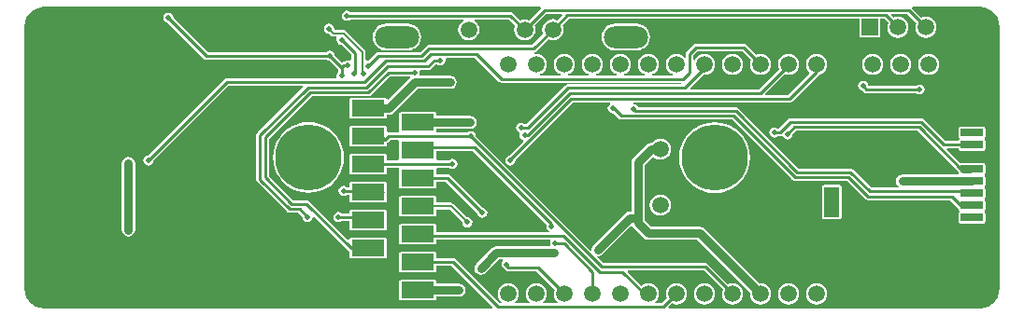
<source format=gbl>
G04*
G04 #@! TF.GenerationSoftware,Altium Limited,Altium Designer,18.1.9 (240)*
G04*
G04 Layer_Physical_Order=2*
G04 Layer_Color=16711680*
%FSAX25Y25*%
%MOIN*%
G70*
G01*
G75*
%ADD32C,0.01000*%
%ADD33C,0.03000*%
%ADD34C,0.00800*%
%ADD35C,0.05906*%
%ADD36R,0.05906X0.05906*%
%ADD37C,0.05910*%
%ADD38C,0.05906*%
%ADD39O,0.15748X0.07874*%
%ADD40C,0.23622*%
%ADD41C,0.01968*%
%ADD42R,0.05512X0.10630*%
%ADD43R,0.04724X0.04724*%
%ADD44R,0.10236X0.05906*%
%ADD45R,0.10236X0.03937*%
%ADD46R,0.07874X0.02756*%
%ADD47R,0.11811X0.05906*%
G36*
X0632433Y0452536D02*
X0633922Y0452015D01*
X0635257Y0451176D01*
X0636373Y0450061D01*
X0637212Y0448725D01*
X0637733Y0447236D01*
X0637917Y0445601D01*
Y0352037D01*
X0637733Y0350401D01*
X0637212Y0348913D01*
X0636373Y0347577D01*
X0635257Y0346462D01*
X0633922Y0345623D01*
X0632433Y0345102D01*
X0630798Y0344918D01*
X0519926D01*
X0519735Y0345380D01*
X0521052Y0346697D01*
X0521619Y0346462D01*
X0522598Y0346333D01*
X0523578Y0346462D01*
X0524491Y0346840D01*
X0525275Y0347442D01*
X0525877Y0348226D01*
X0526255Y0349138D01*
X0526384Y0350118D01*
X0526255Y0351098D01*
X0525877Y0352011D01*
X0525275Y0352795D01*
X0524491Y0353396D01*
X0523578Y0353774D01*
X0522598Y0353903D01*
X0521619Y0353774D01*
X0520706Y0353396D01*
X0519922Y0352795D01*
X0519320Y0352011D01*
X0518942Y0351098D01*
X0518813Y0350118D01*
X0518942Y0349138D01*
X0519177Y0348571D01*
X0517326Y0346720D01*
X0515156D01*
X0514986Y0347220D01*
X0515275Y0347442D01*
X0515876Y0348226D01*
X0516255Y0349138D01*
X0516384Y0350118D01*
X0516255Y0351098D01*
X0515876Y0352011D01*
X0515275Y0352795D01*
X0514491Y0353396D01*
X0513578Y0353774D01*
X0512598Y0353903D01*
X0511619Y0353774D01*
X0510706Y0353396D01*
X0510158Y0352976D01*
X0505197Y0357937D01*
X0505389Y0358399D01*
X0532443D01*
X0539177Y0351665D01*
X0538942Y0351098D01*
X0538813Y0350118D01*
X0538942Y0349138D01*
X0539320Y0348226D01*
X0539922Y0347442D01*
X0540706Y0346840D01*
X0541619Y0346462D01*
X0542598Y0346333D01*
X0543578Y0346462D01*
X0544491Y0346840D01*
X0545275Y0347442D01*
X0545877Y0348226D01*
X0546255Y0349138D01*
X0546384Y0350118D01*
X0546255Y0351098D01*
X0545877Y0352011D01*
X0545275Y0352795D01*
X0544491Y0353396D01*
X0543578Y0353774D01*
X0542598Y0353903D01*
X0541619Y0353774D01*
X0541052Y0353539D01*
X0533929Y0360662D01*
X0533499Y0360949D01*
X0532992Y0361050D01*
X0496494D01*
X0494298Y0363246D01*
X0494544Y0363706D01*
X0494685Y0363679D01*
X0495582Y0363857D01*
X0496343Y0364365D01*
X0506331Y0374353D01*
X0506975Y0374289D01*
X0507239Y0373893D01*
X0510980Y0370153D01*
X0510980Y0370153D01*
X0511740Y0369644D01*
X0512638Y0369466D01*
X0529934D01*
X0548868Y0350532D01*
X0548813Y0350118D01*
X0548942Y0349138D01*
X0549320Y0348226D01*
X0549922Y0347442D01*
X0550706Y0346840D01*
X0551619Y0346462D01*
X0552598Y0346333D01*
X0553578Y0346462D01*
X0554491Y0346840D01*
X0555275Y0347442D01*
X0555876Y0348226D01*
X0556255Y0349138D01*
X0556384Y0350118D01*
X0556255Y0351098D01*
X0555876Y0352011D01*
X0555275Y0352795D01*
X0554491Y0353396D01*
X0553578Y0353774D01*
X0552598Y0353903D01*
X0552184Y0353849D01*
X0532564Y0373469D01*
X0531803Y0373978D01*
X0530905Y0374156D01*
X0513609D01*
X0511243Y0376522D01*
Y0377244D01*
Y0396155D01*
X0514207Y0399119D01*
X0514919Y0398572D01*
X0515831Y0398194D01*
X0516811Y0398065D01*
X0517791Y0398194D01*
X0518704Y0398572D01*
X0519487Y0399174D01*
X0520089Y0399958D01*
X0520467Y0400871D01*
X0520596Y0401850D01*
X0520467Y0402830D01*
X0520089Y0403743D01*
X0519487Y0404527D01*
X0518704Y0405128D01*
X0517791Y0405507D01*
X0516811Y0405635D01*
X0515831Y0405507D01*
X0514919Y0405128D01*
X0514135Y0404527D01*
X0513880Y0404195D01*
X0513622D01*
X0512725Y0404017D01*
X0511964Y0403509D01*
X0507239Y0398784D01*
X0506731Y0398023D01*
X0506553Y0397126D01*
Y0379589D01*
X0505905D01*
X0505008Y0379411D01*
X0504247Y0378902D01*
X0493027Y0367682D01*
X0492519Y0366921D01*
X0492340Y0366024D01*
X0492368Y0365883D01*
X0491907Y0365637D01*
X0451061Y0406483D01*
X0451071Y0406535D01*
X0450933Y0407232D01*
X0450538Y0407822D01*
X0449948Y0408216D01*
X0449252Y0408355D01*
X0448556Y0408216D01*
X0447966Y0407822D01*
X0447965Y0407822D01*
X0437302D01*
X0437167Y0407990D01*
X0436992Y0408322D01*
X0437036Y0408543D01*
Y0409033D01*
X0449055D01*
X0449953Y0409211D01*
X0450713Y0409720D01*
X0451222Y0410480D01*
X0451400Y0411378D01*
X0451222Y0412275D01*
X0450713Y0413036D01*
X0449953Y0413545D01*
X0449055Y0413723D01*
X0437036D01*
Y0414449D01*
X0436974Y0414761D01*
X0436797Y0415026D01*
X0436533Y0415202D01*
X0436221Y0415265D01*
X0424409D01*
X0424097Y0415202D01*
X0423833Y0415026D01*
X0423656Y0414761D01*
X0423594Y0414449D01*
Y0408543D01*
X0423638Y0408322D01*
X0423463Y0407990D01*
X0423328Y0407822D01*
X0419961D01*
X0419820Y0407794D01*
X0419320Y0408187D01*
Y0409449D01*
X0419257Y0409761D01*
X0419081Y0410026D01*
X0418816Y0410202D01*
X0418504Y0410264D01*
X0406693D01*
X0406381Y0410202D01*
X0406116Y0410026D01*
X0405939Y0409761D01*
X0405877Y0409449D01*
Y0403543D01*
X0405939Y0403231D01*
X0406116Y0402966D01*
X0406381Y0402790D01*
X0406693Y0402728D01*
X0418504D01*
X0418816Y0402790D01*
X0419081Y0402966D01*
X0419257Y0403231D01*
X0419320Y0403543D01*
Y0404073D01*
X0419599Y0404260D01*
X0420510Y0405171D01*
X0423328D01*
X0423463Y0405002D01*
X0423638Y0404671D01*
X0423594Y0404449D01*
Y0398543D01*
X0423607Y0398479D01*
X0423269Y0397979D01*
X0419320D01*
Y0399449D01*
X0419257Y0399761D01*
X0419081Y0400026D01*
X0418816Y0400202D01*
X0418504Y0400265D01*
X0406693D01*
X0406381Y0400202D01*
X0406116Y0400026D01*
X0405939Y0399761D01*
X0405877Y0399449D01*
Y0393543D01*
X0405939Y0393231D01*
X0406116Y0392967D01*
X0406381Y0392790D01*
X0406693Y0392728D01*
X0418504D01*
X0418816Y0392790D01*
X0419081Y0392967D01*
X0419257Y0393231D01*
X0419320Y0393543D01*
Y0395328D01*
X0423454D01*
X0423701Y0394828D01*
X0423656Y0394761D01*
X0423594Y0394449D01*
Y0388543D01*
X0423656Y0388231D01*
X0423833Y0387966D01*
X0424097Y0387790D01*
X0424409Y0387728D01*
X0436221D01*
X0436533Y0387790D01*
X0436797Y0387966D01*
X0436974Y0388231D01*
X0437036Y0388543D01*
Y0390171D01*
X0440396D01*
X0451580Y0378986D01*
X0451705Y0378359D01*
X0452099Y0377769D01*
X0452690Y0377374D01*
X0453386Y0377236D01*
X0454082Y0377374D01*
X0454672Y0377769D01*
X0455067Y0378359D01*
X0455205Y0379055D01*
X0455067Y0379751D01*
X0454672Y0380342D01*
X0454082Y0380736D01*
X0453455Y0380861D01*
X0441882Y0392433D01*
X0441452Y0392721D01*
X0440945Y0392822D01*
X0437036D01*
Y0394449D01*
X0436974Y0394761D01*
X0436929Y0394828D01*
X0437176Y0395328D01*
X0441489D01*
X0442020Y0394973D01*
X0442717Y0394834D01*
X0443413Y0394973D01*
X0444003Y0395367D01*
X0444397Y0395957D01*
X0444536Y0396654D01*
X0444397Y0397350D01*
X0444003Y0397940D01*
X0443413Y0398334D01*
X0442717Y0398473D01*
X0442020Y0398334D01*
X0441489Y0397979D01*
X0437361D01*
X0437023Y0398479D01*
X0437036Y0398543D01*
Y0401352D01*
X0449897D01*
X0476260Y0374989D01*
X0476233Y0374948D01*
X0476094Y0374252D01*
X0476233Y0373556D01*
X0476627Y0372966D01*
X0477155Y0372613D01*
X0477154Y0372373D01*
X0477072Y0372113D01*
X0437036D01*
Y0374449D01*
X0436974Y0374761D01*
X0436797Y0375026D01*
X0436533Y0375202D01*
X0436221Y0375265D01*
X0424409D01*
X0424097Y0375202D01*
X0423833Y0375026D01*
X0423656Y0374761D01*
X0423594Y0374449D01*
Y0368543D01*
X0423656Y0368231D01*
X0423833Y0367967D01*
X0424097Y0367790D01*
X0424409Y0367728D01*
X0436221D01*
X0436533Y0367790D01*
X0436797Y0367967D01*
X0436974Y0368231D01*
X0437036Y0368543D01*
Y0369462D01*
X0477434D01*
X0477701Y0368962D01*
X0477570Y0368766D01*
X0477432Y0368070D01*
X0477524Y0367609D01*
X0477192Y0367109D01*
X0458347D01*
X0458347Y0367109D01*
X0457449Y0366930D01*
X0456688Y0366422D01*
X0451176Y0360910D01*
X0450668Y0360149D01*
X0450490Y0359252D01*
X0450668Y0358355D01*
X0451176Y0357594D01*
X0451937Y0357085D01*
X0452835Y0356907D01*
X0453732Y0357085D01*
X0454493Y0357594D01*
X0459318Y0362419D01*
X0460593D01*
X0460733Y0362106D01*
X0460776Y0361919D01*
X0460406Y0361366D01*
X0460267Y0360669D01*
X0460406Y0359973D01*
X0460800Y0359383D01*
X0461243Y0359087D01*
X0461700Y0358630D01*
X0462131Y0358342D01*
X0462638Y0358242D01*
X0472601D01*
X0479177Y0351665D01*
X0478942Y0351098D01*
X0478813Y0350118D01*
X0478942Y0349138D01*
X0479320Y0348226D01*
X0479922Y0347442D01*
X0480211Y0347220D01*
X0480041Y0346720D01*
X0475156D01*
X0474986Y0347220D01*
X0475275Y0347442D01*
X0475877Y0348226D01*
X0476255Y0349138D01*
X0476384Y0350118D01*
X0476255Y0351098D01*
X0475877Y0352011D01*
X0475275Y0352795D01*
X0474491Y0353396D01*
X0473578Y0353774D01*
X0472598Y0353903D01*
X0471619Y0353774D01*
X0470706Y0353396D01*
X0469922Y0352795D01*
X0469320Y0352011D01*
X0468942Y0351098D01*
X0468813Y0350118D01*
X0468942Y0349138D01*
X0469320Y0348226D01*
X0469922Y0347442D01*
X0470211Y0347220D01*
X0470041Y0346720D01*
X0465156D01*
X0464986Y0347220D01*
X0465275Y0347442D01*
X0465876Y0348226D01*
X0466255Y0349138D01*
X0466384Y0350118D01*
X0466255Y0351098D01*
X0465876Y0352011D01*
X0465275Y0352795D01*
X0464491Y0353396D01*
X0463578Y0353774D01*
X0462598Y0353903D01*
X0461619Y0353774D01*
X0460706Y0353396D01*
X0459922Y0352795D01*
X0459320Y0352011D01*
X0458942Y0351098D01*
X0458813Y0350118D01*
X0458942Y0349138D01*
X0459320Y0348226D01*
X0459922Y0347442D01*
X0460211Y0347220D01*
X0460041Y0346720D01*
X0459485D01*
X0443772Y0362433D01*
X0443342Y0362721D01*
X0442835Y0362822D01*
X0437036D01*
Y0364449D01*
X0436974Y0364761D01*
X0436797Y0365026D01*
X0436533Y0365202D01*
X0436221Y0365265D01*
X0424409D01*
X0424097Y0365202D01*
X0423833Y0365026D01*
X0423656Y0364761D01*
X0423594Y0364449D01*
Y0358543D01*
X0423656Y0358231D01*
X0423833Y0357966D01*
X0424097Y0357790D01*
X0424409Y0357728D01*
X0436221D01*
X0436533Y0357790D01*
X0436797Y0357966D01*
X0436974Y0358231D01*
X0437036Y0358543D01*
Y0360171D01*
X0442286D01*
X0457076Y0345380D01*
X0456885Y0344918D01*
X0297076D01*
X0295441Y0345102D01*
X0293952Y0345623D01*
X0292617Y0346462D01*
X0291501Y0347577D01*
X0290662Y0348913D01*
X0290142Y0350401D01*
X0289957Y0352037D01*
Y0445601D01*
X0290142Y0447236D01*
X0290662Y0448725D01*
X0291501Y0450061D01*
X0292617Y0451176D01*
X0293952Y0452015D01*
X0295441Y0452536D01*
X0297076Y0452720D01*
X0474036D01*
X0474243Y0452220D01*
X0470013Y0447990D01*
X0469445Y0448225D01*
X0468465Y0448354D01*
X0467484Y0448225D01*
X0466916Y0447990D01*
X0464323Y0450583D01*
X0463893Y0450870D01*
X0463386Y0450971D01*
X0406307D01*
X0405775Y0451326D01*
X0405079Y0451465D01*
X0404383Y0451326D01*
X0403792Y0450932D01*
X0403398Y0450342D01*
X0403260Y0449646D01*
X0403398Y0448949D01*
X0403792Y0448359D01*
X0404383Y0447965D01*
X0405079Y0447826D01*
X0405775Y0447965D01*
X0406307Y0448320D01*
X0446355D01*
X0446439Y0448151D01*
X0446489Y0447820D01*
X0445788Y0447283D01*
X0445187Y0446499D01*
X0444808Y0445586D01*
X0444679Y0444606D01*
X0444808Y0443627D01*
X0445187Y0442714D01*
X0445788Y0441930D01*
X0446572Y0441328D01*
X0447485Y0440950D01*
X0448465Y0440821D01*
X0449444Y0440950D01*
X0450357Y0441328D01*
X0451141Y0441930D01*
X0451743Y0442714D01*
X0452121Y0443627D01*
X0452250Y0444606D01*
X0452121Y0445586D01*
X0451743Y0446499D01*
X0451141Y0447283D01*
X0450441Y0447820D01*
X0450490Y0448151D01*
X0450574Y0448320D01*
X0462837D01*
X0465042Y0446115D01*
X0464807Y0445547D01*
X0464677Y0444567D01*
X0464807Y0443587D01*
X0465185Y0442673D01*
X0465787Y0441889D01*
X0466571Y0441287D01*
X0467484Y0440909D01*
X0468465Y0440780D01*
X0469445Y0440909D01*
X0470358Y0441287D01*
X0471142Y0441889D01*
X0471744Y0442673D01*
X0472123Y0443587D01*
X0472252Y0444567D01*
X0472123Y0445547D01*
X0471887Y0446115D01*
X0475972Y0450200D01*
X0481570D01*
X0481761Y0449738D01*
X0480052Y0448029D01*
X0479484Y0448264D01*
X0478504Y0448393D01*
X0477524Y0448264D01*
X0476610Y0447886D01*
X0475826Y0447284D01*
X0475224Y0446500D01*
X0474846Y0445586D01*
X0474717Y0444606D01*
X0474846Y0443626D01*
X0475081Y0443058D01*
X0471065Y0439042D01*
X0434173D01*
X0433666Y0438941D01*
X0433236Y0438654D01*
X0431183Y0436601D01*
X0416339D01*
X0415831Y0436500D01*
X0415401Y0436213D01*
X0412647Y0433459D01*
X0412235Y0433377D01*
X0411735Y0433699D01*
Y0436631D01*
X0411642Y0437099D01*
X0411377Y0437496D01*
X0404678Y0444194D01*
X0404282Y0444459D01*
X0403813Y0444553D01*
X0400851D01*
X0400481Y0444882D01*
X0400342Y0445578D01*
X0399948Y0446168D01*
X0399358Y0446563D01*
X0398661Y0446701D01*
X0397965Y0446563D01*
X0397375Y0446168D01*
X0396981Y0445578D01*
X0396842Y0444882D01*
X0396981Y0444186D01*
X0397375Y0443596D01*
X0397965Y0443201D01*
X0398661Y0443063D01*
X0398736Y0443077D01*
X0399349Y0442464D01*
X0399746Y0442199D01*
X0400214Y0442106D01*
X0401209D01*
X0401417Y0441717D01*
X0401422Y0441606D01*
X0401290Y0440944D01*
X0401429Y0440248D01*
X0401823Y0439658D01*
X0402413Y0439263D01*
X0403040Y0439139D01*
X0406471Y0435708D01*
Y0433787D01*
X0405971Y0433547D01*
X0405354Y0433670D01*
X0404658Y0433531D01*
X0404127Y0433176D01*
X0404055D01*
X0403548Y0433075D01*
X0403156Y0432813D01*
X0400664Y0435305D01*
X0400539Y0435932D01*
X0400145Y0436523D01*
X0399554Y0436917D01*
X0398858Y0437055D01*
X0398162Y0436917D01*
X0397630Y0436562D01*
X0355470D01*
X0343144Y0448888D01*
X0343019Y0449515D01*
X0342625Y0450105D01*
X0342035Y0450500D01*
X0341339Y0450638D01*
X0340642Y0450500D01*
X0340052Y0450105D01*
X0339658Y0449515D01*
X0339519Y0448819D01*
X0339658Y0448123D01*
X0340052Y0447533D01*
X0340642Y0447138D01*
X0341270Y0447013D01*
X0353984Y0434299D01*
X0354414Y0434012D01*
X0354921Y0433911D01*
X0397630D01*
X0398162Y0433556D01*
X0398789Y0433431D01*
X0401784Y0430436D01*
X0401785Y0430431D01*
Y0429417D01*
X0401430Y0428885D01*
X0401291Y0428189D01*
X0401398Y0427652D01*
X0401101Y0427152D01*
X0362165D01*
X0361658Y0427051D01*
X0361228Y0426764D01*
X0334065Y0399601D01*
X0333438Y0399476D01*
X0332847Y0399082D01*
X0332453Y0398492D01*
X0332315Y0397795D01*
X0332453Y0397099D01*
X0332847Y0396509D01*
X0333438Y0396115D01*
X0334134Y0395976D01*
X0334830Y0396115D01*
X0335420Y0396509D01*
X0335815Y0397099D01*
X0335939Y0397726D01*
X0362714Y0424501D01*
X0389139D01*
X0389330Y0424039D01*
X0373118Y0407827D01*
X0372831Y0407397D01*
X0372730Y0406890D01*
Y0390986D01*
X0372831Y0390479D01*
X0373118Y0390049D01*
X0383631Y0379535D01*
X0384062Y0379248D01*
X0384569Y0379147D01*
X0387679D01*
X0389218Y0377608D01*
X0389343Y0376981D01*
X0389737Y0376391D01*
X0390327Y0375996D01*
X0391024Y0375858D01*
X0391720Y0375996D01*
X0392310Y0376391D01*
X0392704Y0376981D01*
X0392818Y0377553D01*
X0393171Y0377726D01*
X0393328Y0377750D01*
X0405519Y0365559D01*
X0405877Y0365320D01*
Y0363543D01*
X0405939Y0363231D01*
X0406116Y0362966D01*
X0406381Y0362790D01*
X0406693Y0362728D01*
X0418504D01*
X0418816Y0362790D01*
X0419081Y0362966D01*
X0419257Y0363231D01*
X0419320Y0363543D01*
Y0369449D01*
X0419257Y0369761D01*
X0419081Y0370026D01*
X0418816Y0370202D01*
X0418504Y0370265D01*
X0406693D01*
X0406381Y0370202D01*
X0406116Y0370026D01*
X0405939Y0369761D01*
X0405912Y0369623D01*
X0405413Y0369414D01*
X0391618Y0383210D01*
X0391188Y0383497D01*
X0390680Y0383598D01*
X0385863D01*
X0377192Y0392270D01*
Y0405606D01*
X0392487Y0420901D01*
X0412751D01*
X0413258Y0421002D01*
X0413688Y0421289D01*
X0420325Y0427926D01*
X0427425D01*
X0427576Y0427426D01*
X0427571Y0427423D01*
X0419791Y0419643D01*
X0419281Y0419756D01*
X0419235Y0419794D01*
X0419081Y0420026D01*
X0418816Y0420202D01*
X0418504Y0420264D01*
X0406693D01*
X0406381Y0420202D01*
X0406116Y0420026D01*
X0405939Y0419761D01*
X0405877Y0419449D01*
Y0413543D01*
X0405939Y0413231D01*
X0406116Y0412966D01*
X0406381Y0412790D01*
X0406693Y0412728D01*
X0418504D01*
X0418816Y0412790D01*
X0419081Y0412966D01*
X0419257Y0413231D01*
X0419320Y0413543D01*
Y0414151D01*
X0419961D01*
X0420858Y0414329D01*
X0421619Y0414838D01*
X0430200Y0423420D01*
X0441890D01*
X0442787Y0423598D01*
X0443548Y0424106D01*
X0444056Y0424867D01*
X0444235Y0425765D01*
X0444056Y0426662D01*
X0443548Y0427423D01*
X0442787Y0427931D01*
X0441890Y0428110D01*
X0431086D01*
X0430899Y0428460D01*
X0430865Y0428610D01*
X0430992Y0429252D01*
X0430894Y0429749D01*
X0431208Y0430249D01*
X0434055D01*
X0434562Y0430350D01*
X0434992Y0430638D01*
X0436651Y0432297D01*
X0437158D01*
X0437690Y0431941D01*
X0438386Y0431803D01*
X0439082Y0431941D01*
X0439672Y0432336D01*
X0440067Y0432926D01*
X0440205Y0433622D01*
X0440114Y0434081D01*
X0440447Y0434581D01*
X0450710D01*
X0459299Y0425992D01*
X0459729Y0425705D01*
X0460236Y0425604D01*
X0524394D01*
X0524684Y0425104D01*
X0524666Y0425072D01*
X0524633Y0425055D01*
X0483835D01*
X0483328Y0424954D01*
X0482898Y0424666D01*
X0469044Y0410813D01*
X0468353D01*
X0467821Y0411168D01*
X0467125Y0411307D01*
X0466429Y0411168D01*
X0465839Y0410774D01*
X0465444Y0410184D01*
X0465306Y0409487D01*
X0465444Y0408791D01*
X0465839Y0408201D01*
X0466429Y0407807D01*
X0466692Y0407244D01*
X0466606Y0406811D01*
X0466745Y0406115D01*
X0467139Y0405525D01*
X0467729Y0405130D01*
X0467812Y0405114D01*
X0467958Y0404635D01*
X0462776Y0399454D01*
X0462690Y0399437D01*
X0462099Y0399042D01*
X0461705Y0398452D01*
X0461567Y0397756D01*
X0461705Y0397060D01*
X0462099Y0396469D01*
X0462690Y0396075D01*
X0463386Y0395937D01*
X0464082Y0396075D01*
X0464672Y0396469D01*
X0465067Y0397060D01*
X0465205Y0397756D01*
X0465142Y0398071D01*
X0485588Y0418516D01*
X0498950D01*
X0498966Y0418478D01*
X0499034Y0418016D01*
X0498536Y0417684D01*
X0498142Y0417094D01*
X0498004Y0416398D01*
X0498142Y0415701D01*
X0498536Y0415111D01*
X0499127Y0414717D01*
X0499823Y0414578D01*
X0500039Y0414621D01*
X0501897Y0412764D01*
X0502327Y0412476D01*
X0502835Y0412375D01*
X0542483D01*
X0564052Y0390806D01*
X0564482Y0390519D01*
X0564989Y0390418D01*
X0583456D01*
X0589879Y0383995D01*
X0590309Y0383708D01*
X0590816Y0383607D01*
X0620227D01*
X0623012Y0380823D01*
X0623251Y0380662D01*
Y0380382D01*
X0623313Y0380070D01*
X0623490Y0379805D01*
Y0379384D01*
X0623313Y0379119D01*
X0623251Y0378807D01*
Y0376051D01*
X0623313Y0375739D01*
X0623490Y0375474D01*
X0623755Y0375298D01*
X0624067Y0375236D01*
X0631941D01*
X0632253Y0375298D01*
X0632518Y0375474D01*
X0632694Y0375739D01*
X0632757Y0376051D01*
Y0378807D01*
X0632694Y0379119D01*
X0632518Y0379384D01*
Y0379805D01*
X0632694Y0380070D01*
X0632757Y0380382D01*
Y0383138D01*
X0632694Y0383450D01*
X0632518Y0383715D01*
Y0384136D01*
X0632694Y0384401D01*
X0632757Y0384713D01*
Y0387469D01*
X0632694Y0387781D01*
X0632518Y0388045D01*
Y0388467D01*
X0632694Y0388731D01*
X0632757Y0389043D01*
Y0391799D01*
X0632694Y0392111D01*
X0632518Y0392376D01*
Y0392797D01*
X0632694Y0393062D01*
X0632757Y0393374D01*
Y0396130D01*
X0632694Y0396442D01*
X0632518Y0396707D01*
X0632253Y0396884D01*
X0631941Y0396946D01*
X0624067D01*
X0623779Y0396888D01*
X0619041Y0401626D01*
X0619233Y0402088D01*
X0623251D01*
Y0402035D01*
X0623313Y0401723D01*
X0623490Y0401459D01*
X0623755Y0401282D01*
X0624067Y0401220D01*
X0631941D01*
X0632253Y0401282D01*
X0632518Y0401459D01*
X0632694Y0401723D01*
X0632757Y0402035D01*
Y0404791D01*
X0632694Y0405103D01*
X0632518Y0405368D01*
Y0405789D01*
X0632694Y0406054D01*
X0632757Y0406366D01*
Y0409122D01*
X0632694Y0409434D01*
X0632518Y0409699D01*
X0632253Y0409876D01*
X0631941Y0409938D01*
X0624067D01*
X0623755Y0409876D01*
X0623490Y0409699D01*
X0623313Y0409434D01*
X0623251Y0409122D01*
Y0406366D01*
X0623313Y0406054D01*
X0623490Y0405789D01*
Y0405368D01*
X0623313Y0405103D01*
X0623251Y0404791D01*
Y0404739D01*
X0618474D01*
X0610780Y0412433D01*
X0610350Y0412721D01*
X0609842Y0412821D01*
X0563110D01*
X0562603Y0412721D01*
X0562173Y0412433D01*
X0558900Y0409160D01*
X0558708D01*
X0558177Y0409515D01*
X0557480Y0409654D01*
X0556784Y0409515D01*
X0556194Y0409121D01*
X0555800Y0408531D01*
X0555661Y0407835D01*
X0555800Y0407138D01*
X0556194Y0406548D01*
X0556784Y0406154D01*
X0557480Y0406015D01*
X0558177Y0406154D01*
X0558708Y0406509D01*
X0559449D01*
X0559956Y0406610D01*
X0559983Y0406628D01*
X0560470Y0406485D01*
X0560561Y0406413D01*
X0560918Y0405879D01*
X0561509Y0405485D01*
X0562205Y0405346D01*
X0562901Y0405485D01*
X0563491Y0405879D01*
X0563885Y0406469D01*
X0564010Y0407096D01*
X0565284Y0408371D01*
X0608548D01*
X0623251Y0393667D01*
Y0393374D01*
X0623273Y0393266D01*
X0622995Y0392829D01*
X0622909Y0392766D01*
X0603122D01*
X0602225Y0392588D01*
X0601464Y0392079D01*
X0600955Y0391319D01*
X0600777Y0390421D01*
X0600955Y0389524D01*
X0601464Y0388763D01*
X0601771Y0388558D01*
X0601619Y0388058D01*
X0592110D01*
X0585688Y0394481D01*
X0585257Y0394768D01*
X0584750Y0394869D01*
X0566284D01*
X0544714Y0416438D01*
X0544284Y0416725D01*
X0543777Y0416826D01*
X0508903D01*
X0508885Y0416917D01*
X0508491Y0417507D01*
X0507901Y0417901D01*
X0507323Y0418016D01*
X0507372Y0418516D01*
X0562834D01*
X0563341Y0418617D01*
X0563771Y0418904D01*
X0573436Y0428569D01*
X0573578Y0428588D01*
X0574491Y0428966D01*
X0575275Y0429568D01*
X0575877Y0430351D01*
X0576255Y0431264D01*
X0576384Y0432244D01*
X0576255Y0433224D01*
X0575877Y0434137D01*
X0575275Y0434921D01*
X0574491Y0435522D01*
X0573578Y0435900D01*
X0572598Y0436029D01*
X0571619Y0435900D01*
X0570706Y0435522D01*
X0569922Y0434921D01*
X0569320Y0434137D01*
X0568942Y0433224D01*
X0568813Y0432244D01*
X0568942Y0431264D01*
X0569320Y0430351D01*
X0569922Y0429568D01*
X0570053Y0429467D01*
X0570086Y0428968D01*
X0562285Y0421167D01*
X0554404D01*
X0554212Y0421629D01*
X0561302Y0428719D01*
X0561619Y0428588D01*
X0562598Y0428459D01*
X0563578Y0428588D01*
X0564491Y0428966D01*
X0565275Y0429568D01*
X0565876Y0430351D01*
X0566255Y0431264D01*
X0566384Y0432244D01*
X0566255Y0433224D01*
X0565876Y0434137D01*
X0565275Y0434921D01*
X0564491Y0435522D01*
X0563578Y0435900D01*
X0562598Y0436029D01*
X0561619Y0435900D01*
X0560706Y0435522D01*
X0559922Y0434921D01*
X0559320Y0434137D01*
X0558942Y0433224D01*
X0558813Y0432244D01*
X0558942Y0431264D01*
X0559281Y0430447D01*
X0552089Y0423255D01*
X0527672D01*
X0527481Y0423716D01*
X0532267Y0428503D01*
X0532598Y0428459D01*
X0533578Y0428588D01*
X0534491Y0428966D01*
X0535275Y0429568D01*
X0535877Y0430351D01*
X0536255Y0431264D01*
X0536384Y0432244D01*
X0536255Y0433224D01*
X0535877Y0434137D01*
X0535275Y0434921D01*
X0534491Y0435522D01*
X0533578Y0435900D01*
X0532598Y0436029D01*
X0531619Y0435900D01*
X0530706Y0435522D01*
X0529922Y0434921D01*
X0529320Y0434137D01*
X0529109Y0433626D01*
X0528609Y0433726D01*
Y0435435D01*
X0530077Y0436903D01*
X0546026D01*
X0549177Y0433751D01*
X0548942Y0433184D01*
X0548813Y0432205D01*
X0548942Y0431225D01*
X0549320Y0430312D01*
X0549922Y0429528D01*
X0550706Y0428927D01*
X0551619Y0428549D01*
X0552598Y0428420D01*
X0553578Y0428549D01*
X0554491Y0428927D01*
X0555275Y0429528D01*
X0555876Y0430312D01*
X0556255Y0431225D01*
X0556384Y0432205D01*
X0556255Y0433184D01*
X0555876Y0434097D01*
X0555275Y0434881D01*
X0554491Y0435483D01*
X0553578Y0435861D01*
X0552598Y0435990D01*
X0551619Y0435861D01*
X0551052Y0435626D01*
X0547512Y0439166D01*
X0547082Y0439453D01*
X0546575Y0439554D01*
X0529528D01*
X0529020Y0439453D01*
X0528590Y0439166D01*
X0526346Y0436922D01*
X0526059Y0436491D01*
X0525958Y0435984D01*
Y0434852D01*
X0525458Y0434682D01*
X0525275Y0434921D01*
X0524491Y0435522D01*
X0523578Y0435900D01*
X0522598Y0436029D01*
X0521619Y0435900D01*
X0520706Y0435522D01*
X0519922Y0434921D01*
X0519320Y0434137D01*
X0518942Y0433224D01*
X0518813Y0432244D01*
X0518942Y0431264D01*
X0519320Y0430351D01*
X0519922Y0429568D01*
X0520706Y0428966D01*
X0521216Y0428755D01*
X0521117Y0428255D01*
X0514080D01*
X0513980Y0428755D01*
X0514491Y0428966D01*
X0515275Y0429568D01*
X0515876Y0430351D01*
X0516255Y0431264D01*
X0516384Y0432244D01*
X0516255Y0433224D01*
X0515876Y0434137D01*
X0515275Y0434921D01*
X0514491Y0435522D01*
X0513578Y0435900D01*
X0512598Y0436029D01*
X0511619Y0435900D01*
X0510706Y0435522D01*
X0509922Y0434921D01*
X0509320Y0434137D01*
X0508942Y0433224D01*
X0508813Y0432244D01*
X0508942Y0431264D01*
X0509320Y0430351D01*
X0509922Y0429568D01*
X0510706Y0428966D01*
X0511216Y0428755D01*
X0511117Y0428255D01*
X0504080D01*
X0503980Y0428755D01*
X0504491Y0428966D01*
X0505275Y0429568D01*
X0505876Y0430351D01*
X0506255Y0431264D01*
X0506384Y0432244D01*
X0506255Y0433224D01*
X0505876Y0434137D01*
X0505275Y0434921D01*
X0504491Y0435522D01*
X0503578Y0435900D01*
X0502598Y0436029D01*
X0501619Y0435900D01*
X0500706Y0435522D01*
X0499922Y0434921D01*
X0499320Y0434137D01*
X0498942Y0433224D01*
X0498813Y0432244D01*
X0498942Y0431264D01*
X0499320Y0430351D01*
X0499922Y0429568D01*
X0500706Y0428966D01*
X0501216Y0428755D01*
X0501117Y0428255D01*
X0494080D01*
X0493980Y0428755D01*
X0494491Y0428966D01*
X0495275Y0429568D01*
X0495877Y0430351D01*
X0496255Y0431264D01*
X0496384Y0432244D01*
X0496255Y0433224D01*
X0495877Y0434137D01*
X0495275Y0434921D01*
X0494491Y0435522D01*
X0493578Y0435900D01*
X0492598Y0436029D01*
X0491619Y0435900D01*
X0490706Y0435522D01*
X0489922Y0434921D01*
X0489320Y0434137D01*
X0488942Y0433224D01*
X0488813Y0432244D01*
X0488942Y0431264D01*
X0489320Y0430351D01*
X0489922Y0429568D01*
X0490706Y0428966D01*
X0491216Y0428755D01*
X0491117Y0428255D01*
X0484080D01*
X0483980Y0428755D01*
X0484491Y0428966D01*
X0485275Y0429568D01*
X0485877Y0430351D01*
X0486255Y0431264D01*
X0486384Y0432244D01*
X0486255Y0433224D01*
X0485877Y0434137D01*
X0485275Y0434921D01*
X0484491Y0435522D01*
X0483578Y0435900D01*
X0482598Y0436029D01*
X0481619Y0435900D01*
X0480706Y0435522D01*
X0479922Y0434921D01*
X0479320Y0434137D01*
X0478942Y0433224D01*
X0478813Y0432244D01*
X0478942Y0431264D01*
X0479320Y0430351D01*
X0479922Y0429568D01*
X0480706Y0428966D01*
X0481216Y0428755D01*
X0481117Y0428255D01*
X0474080D01*
X0473980Y0428755D01*
X0474491Y0428966D01*
X0475275Y0429568D01*
X0475877Y0430351D01*
X0476255Y0431264D01*
X0476384Y0432244D01*
X0476255Y0433224D01*
X0475877Y0434137D01*
X0475275Y0434921D01*
X0474491Y0435522D01*
X0473578Y0435900D01*
X0472598Y0436029D01*
X0471887Y0435936D01*
X0471806Y0436429D01*
X0472121Y0436492D01*
X0472551Y0436779D01*
X0476956Y0441184D01*
X0477524Y0440948D01*
X0478504Y0440819D01*
X0479484Y0440948D01*
X0480398Y0441327D01*
X0481182Y0441928D01*
X0481784Y0442713D01*
X0482162Y0443626D01*
X0482291Y0444606D01*
X0482162Y0445586D01*
X0481927Y0446155D01*
X0484172Y0448400D01*
X0587806D01*
Y0442520D01*
X0587868Y0442207D01*
X0588045Y0441943D01*
X0588310Y0441766D01*
X0588622Y0441704D01*
X0594527D01*
X0594840Y0441766D01*
X0595104Y0441943D01*
X0595281Y0442207D01*
X0595343Y0442520D01*
Y0448400D01*
X0596773D01*
X0598153Y0447019D01*
X0597919Y0446452D01*
X0597790Y0445472D01*
X0597919Y0444493D01*
X0598297Y0443580D01*
X0598898Y0442796D01*
X0599682Y0442194D01*
X0600595Y0441816D01*
X0601575Y0441687D01*
X0602555Y0441816D01*
X0603467Y0442194D01*
X0604251Y0442796D01*
X0604853Y0443580D01*
X0605231Y0444493D01*
X0605360Y0445472D01*
X0605231Y0446452D01*
X0604853Y0447365D01*
X0604251Y0448149D01*
X0603467Y0448750D01*
X0602555Y0449129D01*
X0601575Y0449258D01*
X0600595Y0449129D01*
X0600028Y0448894D01*
X0599184Y0449738D01*
X0599375Y0450200D01*
X0604973D01*
X0608153Y0447019D01*
X0607919Y0446452D01*
X0607790Y0445472D01*
X0607919Y0444493D01*
X0608297Y0443580D01*
X0608898Y0442796D01*
X0609682Y0442194D01*
X0610595Y0441816D01*
X0611575Y0441687D01*
X0612555Y0441816D01*
X0613467Y0442194D01*
X0614251Y0442796D01*
X0614853Y0443580D01*
X0615231Y0444493D01*
X0615360Y0445472D01*
X0615231Y0446452D01*
X0614853Y0447365D01*
X0614251Y0448149D01*
X0613467Y0448750D01*
X0612555Y0449129D01*
X0611575Y0449258D01*
X0610595Y0449129D01*
X0610028Y0448894D01*
X0606702Y0452220D01*
X0606909Y0452720D01*
X0630798D01*
X0632433Y0452536D01*
D02*
G37*
%LPC*%
G36*
X0508378Y0446819D02*
X0500678D01*
X0500625Y0446808D01*
X0500571Y0446812D01*
X0499527Y0446674D01*
X0499451Y0446648D01*
X0499425Y0446645D01*
X0499400Y0446635D01*
X0499321Y0446619D01*
X0498348Y0446216D01*
X0498281Y0446171D01*
X0498257Y0446161D01*
X0498236Y0446145D01*
X0498164Y0446110D01*
X0497328Y0445469D01*
X0497275Y0445408D01*
X0497254Y0445392D01*
X0497238Y0445371D01*
X0497178Y0445318D01*
X0496536Y0444482D01*
X0496515Y0444438D01*
X0496453Y0444357D01*
X0495975Y0443205D01*
X0495813Y0441968D01*
X0495975Y0440732D01*
X0496453Y0439580D01*
X0496515Y0439499D01*
X0496536Y0439455D01*
X0497178Y0438619D01*
X0497238Y0438566D01*
X0497254Y0438545D01*
X0497275Y0438529D01*
X0497328Y0438469D01*
X0498164Y0437827D01*
X0498236Y0437792D01*
X0498257Y0437776D01*
X0498281Y0437766D01*
X0498348Y0437721D01*
X0499321Y0437318D01*
X0499400Y0437302D01*
X0499425Y0437292D01*
X0499451Y0437289D01*
X0499527Y0437263D01*
X0500571Y0437125D01*
X0500625Y0437129D01*
X0500678Y0437118D01*
X0508378D01*
X0508430Y0437129D01*
X0508484Y0437125D01*
X0509528Y0437263D01*
X0509604Y0437289D01*
X0509631Y0437292D01*
X0509655Y0437302D01*
X0509734Y0437318D01*
X0510707Y0437721D01*
X0510774Y0437766D01*
X0510798Y0437776D01*
X0510819Y0437792D01*
X0510891Y0437827D01*
X0511727Y0438469D01*
X0511780Y0438529D01*
X0511801Y0438545D01*
X0511817Y0438566D01*
X0511877Y0438619D01*
X0512519Y0439455D01*
X0512540Y0439499D01*
X0512602Y0439580D01*
X0513080Y0440732D01*
X0513242Y0441968D01*
X0513080Y0443205D01*
X0512602Y0444357D01*
X0512541Y0444438D01*
X0512519Y0444482D01*
X0511877Y0445318D01*
X0511817Y0445371D01*
X0511801Y0445392D01*
X0511780Y0445408D01*
X0511727Y0445469D01*
X0510891Y0446110D01*
X0510819Y0446145D01*
X0510798Y0446161D01*
X0510774Y0446171D01*
X0510707Y0446216D01*
X0509734Y0446619D01*
X0509655Y0446635D01*
X0509631Y0446645D01*
X0509604Y0446648D01*
X0509528Y0446674D01*
X0508484Y0446812D01*
X0508430Y0446808D01*
X0508378Y0446819D01*
D02*
G37*
G36*
X0426685D02*
X0418985D01*
X0418932Y0446808D01*
X0418878Y0446812D01*
X0417834Y0446674D01*
X0417758Y0446648D01*
X0417732Y0446645D01*
X0417707Y0446635D01*
X0417628Y0446619D01*
X0416655Y0446216D01*
X0416588Y0446171D01*
X0416564Y0446161D01*
X0416543Y0446145D01*
X0416471Y0446110D01*
X0415635Y0445469D01*
X0415582Y0445408D01*
X0415561Y0445392D01*
X0415545Y0445371D01*
X0415485Y0445318D01*
X0414844Y0444482D01*
X0414822Y0444438D01*
X0414760Y0444357D01*
X0414283Y0443205D01*
X0414120Y0441968D01*
X0414283Y0440732D01*
X0414760Y0439580D01*
X0414822Y0439499D01*
X0414844Y0439455D01*
X0415485Y0438619D01*
X0415545Y0438566D01*
X0415561Y0438545D01*
X0415582Y0438529D01*
X0415635Y0438469D01*
X0416471Y0437827D01*
X0416543Y0437792D01*
X0416564Y0437776D01*
X0416588Y0437766D01*
X0416655Y0437721D01*
X0417628Y0437318D01*
X0417707Y0437302D01*
X0417732Y0437292D01*
X0417758Y0437289D01*
X0417834Y0437263D01*
X0418878Y0437125D01*
X0418932Y0437129D01*
X0418985Y0437118D01*
X0426685D01*
X0426737Y0437129D01*
X0426791Y0437125D01*
X0427835Y0437263D01*
X0427911Y0437289D01*
X0427938Y0437292D01*
X0427962Y0437302D01*
X0428041Y0437318D01*
X0429014Y0437721D01*
X0429081Y0437766D01*
X0429105Y0437776D01*
X0429126Y0437792D01*
X0429199Y0437827D01*
X0430034Y0438469D01*
X0430087Y0438529D01*
X0430108Y0438545D01*
X0430124Y0438566D01*
X0430185Y0438619D01*
X0430826Y0439455D01*
X0430848Y0439499D01*
X0430909Y0439580D01*
X0431387Y0440732D01*
X0431550Y0441968D01*
X0431387Y0443205D01*
X0430909Y0444357D01*
X0430848Y0444438D01*
X0430826Y0444482D01*
X0430185Y0445318D01*
X0430124Y0445371D01*
X0430108Y0445392D01*
X0430087Y0445408D01*
X0430034Y0445469D01*
X0429199Y0446110D01*
X0429126Y0446145D01*
X0429105Y0446161D01*
X0429081Y0446171D01*
X0429014Y0446216D01*
X0428041Y0446619D01*
X0427962Y0446635D01*
X0427938Y0446645D01*
X0427911Y0446648D01*
X0427835Y0446674D01*
X0426791Y0446812D01*
X0426737Y0446808D01*
X0426685Y0446819D01*
D02*
G37*
G36*
X0612598Y0436029D02*
X0611619Y0435900D01*
X0610706Y0435522D01*
X0609922Y0434921D01*
X0609320Y0434137D01*
X0608942Y0433224D01*
X0608813Y0432244D01*
X0608942Y0431264D01*
X0609320Y0430351D01*
X0609922Y0429568D01*
X0610706Y0428966D01*
X0611619Y0428588D01*
X0612598Y0428459D01*
X0613578Y0428588D01*
X0614491Y0428966D01*
X0615275Y0429568D01*
X0615876Y0430351D01*
X0616255Y0431264D01*
X0616384Y0432244D01*
X0616255Y0433224D01*
X0615876Y0434137D01*
X0615275Y0434921D01*
X0614491Y0435522D01*
X0613578Y0435900D01*
X0612598Y0436029D01*
D02*
G37*
G36*
X0602598D02*
X0601619Y0435900D01*
X0600706Y0435522D01*
X0599922Y0434921D01*
X0599320Y0434137D01*
X0598942Y0433224D01*
X0598813Y0432244D01*
X0598942Y0431264D01*
X0599320Y0430351D01*
X0599922Y0429568D01*
X0600706Y0428966D01*
X0601619Y0428588D01*
X0602598Y0428459D01*
X0603578Y0428588D01*
X0604491Y0428966D01*
X0605275Y0429568D01*
X0605876Y0430351D01*
X0606255Y0431264D01*
X0606384Y0432244D01*
X0606255Y0433224D01*
X0605876Y0434137D01*
X0605275Y0434921D01*
X0604491Y0435522D01*
X0603578Y0435900D01*
X0602598Y0436029D01*
D02*
G37*
G36*
X0592598D02*
X0591619Y0435900D01*
X0590706Y0435522D01*
X0589922Y0434921D01*
X0589320Y0434137D01*
X0588942Y0433224D01*
X0588813Y0432244D01*
X0588942Y0431264D01*
X0589320Y0430351D01*
X0589922Y0429568D01*
X0590706Y0428966D01*
X0591619Y0428588D01*
X0592598Y0428459D01*
X0593578Y0428588D01*
X0594491Y0428966D01*
X0595275Y0429568D01*
X0595877Y0430351D01*
X0596255Y0431264D01*
X0596384Y0432244D01*
X0596255Y0433224D01*
X0595877Y0434137D01*
X0595275Y0434921D01*
X0594491Y0435522D01*
X0593578Y0435900D01*
X0592598Y0436029D01*
D02*
G37*
G36*
X0542598D02*
X0541619Y0435900D01*
X0540706Y0435522D01*
X0539922Y0434921D01*
X0539320Y0434137D01*
X0538942Y0433224D01*
X0538813Y0432244D01*
X0538942Y0431264D01*
X0539320Y0430351D01*
X0539922Y0429568D01*
X0540706Y0428966D01*
X0541619Y0428588D01*
X0542598Y0428459D01*
X0543578Y0428588D01*
X0544491Y0428966D01*
X0545275Y0429568D01*
X0545877Y0430351D01*
X0546255Y0431264D01*
X0546384Y0432244D01*
X0546255Y0433224D01*
X0545877Y0434137D01*
X0545275Y0434921D01*
X0544491Y0435522D01*
X0543578Y0435900D01*
X0542598Y0436029D01*
D02*
G37*
G36*
X0589173Y0426229D02*
X0588477Y0426090D01*
X0587887Y0425696D01*
X0587493Y0425106D01*
X0587354Y0424409D01*
X0587493Y0423713D01*
X0587887Y0423123D01*
X0588477Y0422729D01*
X0589104Y0422604D01*
X0589457Y0422252D01*
X0589887Y0421964D01*
X0590394Y0421864D01*
X0590394Y0421864D01*
X0608142D01*
X0608674Y0421508D01*
X0609370Y0421370D01*
X0610066Y0421508D01*
X0610656Y0421903D01*
X0611051Y0422493D01*
X0611189Y0423189D01*
X0611051Y0423885D01*
X0610656Y0424475D01*
X0610066Y0424870D01*
X0609370Y0425008D01*
X0608674Y0424870D01*
X0608142Y0424514D01*
X0590972D01*
X0590854Y0425106D01*
X0590460Y0425696D01*
X0589869Y0426090D01*
X0589173Y0426229D01*
D02*
G37*
G36*
X0418504Y0390265D02*
X0406693D01*
X0406381Y0390202D01*
X0406116Y0390026D01*
X0405939Y0389761D01*
X0405877Y0389449D01*
Y0388333D01*
X0405047D01*
X0404515Y0388689D01*
X0403819Y0388827D01*
X0403123Y0388689D01*
X0402532Y0388294D01*
X0402138Y0387704D01*
X0402000Y0387008D01*
X0402138Y0386312D01*
X0402532Y0385721D01*
X0403123Y0385327D01*
X0403819Y0385189D01*
X0404515Y0385327D01*
X0405047Y0385682D01*
X0405877D01*
Y0383543D01*
X0405939Y0383231D01*
X0406116Y0382966D01*
X0406381Y0382790D01*
X0406693Y0382728D01*
X0418504D01*
X0418816Y0382790D01*
X0419081Y0382966D01*
X0419257Y0383231D01*
X0419320Y0383543D01*
Y0386110D01*
X0419396Y0386496D01*
X0419320Y0386882D01*
Y0389449D01*
X0419257Y0389761D01*
X0419081Y0390026D01*
X0418816Y0390202D01*
X0418504Y0390265D01*
D02*
G37*
G36*
X0391339Y0411548D02*
X0389360Y0411392D01*
X0387429Y0410928D01*
X0385596Y0410169D01*
X0383903Y0409132D01*
X0382394Y0407842D01*
X0381104Y0406333D01*
X0380067Y0404641D01*
X0379308Y0402807D01*
X0378844Y0400877D01*
X0378689Y0398898D01*
X0378844Y0396919D01*
X0379308Y0394989D01*
X0380067Y0393155D01*
X0381104Y0391462D01*
X0382394Y0389953D01*
X0383903Y0388664D01*
X0385596Y0387626D01*
X0387429Y0386867D01*
X0389360Y0386403D01*
X0391339Y0386248D01*
X0393318Y0386403D01*
X0395248Y0386867D01*
X0397082Y0387626D01*
X0398774Y0388664D01*
X0400283Y0389953D01*
X0401573Y0391462D01*
X0402610Y0393155D01*
X0403370Y0394989D01*
X0403833Y0396919D01*
X0403989Y0398898D01*
X0403833Y0400877D01*
X0403370Y0402807D01*
X0402610Y0404641D01*
X0401573Y0406333D01*
X0400283Y0407842D01*
X0398774Y0409132D01*
X0397082Y0410169D01*
X0395248Y0410928D01*
X0393318Y0411392D01*
X0391339Y0411548D01*
D02*
G37*
G36*
X0536221Y0411469D02*
X0534242Y0411313D01*
X0532311Y0410850D01*
X0530478Y0410090D01*
X0528785Y0409053D01*
X0527276Y0407764D01*
X0525986Y0406254D01*
X0524949Y0404562D01*
X0524190Y0402728D01*
X0523726Y0400798D01*
X0523570Y0398819D01*
X0523726Y0396840D01*
X0524190Y0394910D01*
X0524949Y0393076D01*
X0525986Y0391383D01*
X0527276Y0389874D01*
X0528785Y0388585D01*
X0530478Y0387548D01*
X0532311Y0386788D01*
X0534242Y0386325D01*
X0536221Y0386169D01*
X0538199Y0386325D01*
X0540130Y0386788D01*
X0541963Y0387548D01*
X0543656Y0388585D01*
X0545165Y0389874D01*
X0546455Y0391383D01*
X0547492Y0393076D01*
X0548251Y0394910D01*
X0548715Y0396840D01*
X0548871Y0398819D01*
X0548715Y0400798D01*
X0548251Y0402728D01*
X0547492Y0404562D01*
X0546455Y0406254D01*
X0545165Y0407764D01*
X0543656Y0409053D01*
X0541963Y0410090D01*
X0540130Y0410850D01*
X0538199Y0411313D01*
X0536221Y0411469D01*
D02*
G37*
G36*
X0418504Y0380264D02*
X0406693D01*
X0406381Y0380202D01*
X0406116Y0380026D01*
X0405939Y0379761D01*
X0405877Y0379449D01*
Y0378924D01*
X0403275D01*
X0402743Y0379279D01*
X0402047Y0379418D01*
X0401351Y0379279D01*
X0400761Y0378885D01*
X0400366Y0378295D01*
X0400228Y0377598D01*
X0400366Y0376902D01*
X0400761Y0376312D01*
X0401351Y0375918D01*
X0402047Y0375779D01*
X0402743Y0375918D01*
X0403275Y0376273D01*
X0405877D01*
Y0373543D01*
X0405939Y0373231D01*
X0406116Y0372967D01*
X0406381Y0372790D01*
X0406693Y0372728D01*
X0418504D01*
X0418816Y0372790D01*
X0419081Y0372967D01*
X0419257Y0373231D01*
X0419320Y0373543D01*
Y0379449D01*
X0419257Y0379761D01*
X0419081Y0380026D01*
X0418816Y0380202D01*
X0418504Y0380264D01*
D02*
G37*
G36*
X0516850Y0385637D02*
X0515870Y0385508D01*
X0514957Y0385130D01*
X0514173Y0384528D01*
X0513571Y0383744D01*
X0513192Y0382831D01*
X0513063Y0381850D01*
X0513192Y0380870D01*
X0513571Y0379957D01*
X0514173Y0379172D01*
X0514957Y0378571D01*
X0515870Y0378192D01*
X0516850Y0378063D01*
X0517831Y0378192D01*
X0518744Y0378571D01*
X0519528Y0379172D01*
X0520130Y0379957D01*
X0520508Y0380870D01*
X0520638Y0381850D01*
X0520508Y0382831D01*
X0520130Y0383744D01*
X0519528Y0384528D01*
X0518744Y0385130D01*
X0517831Y0385508D01*
X0516850Y0385637D01*
D02*
G37*
G36*
X0580760Y0389072D02*
X0575248D01*
X0574936Y0389009D01*
X0574671Y0388833D01*
X0574495Y0388568D01*
X0574432Y0388256D01*
Y0377626D01*
X0574495Y0377314D01*
X0574671Y0377049D01*
X0574936Y0376872D01*
X0575248Y0376810D01*
X0580760D01*
X0581072Y0376872D01*
X0581337Y0377049D01*
X0581513Y0377314D01*
X0581575Y0377626D01*
Y0388256D01*
X0581513Y0388568D01*
X0581337Y0388833D01*
X0581072Y0389009D01*
X0580760Y0389072D01*
D02*
G37*
G36*
X0436221Y0385264D02*
X0424409D01*
X0424097Y0385202D01*
X0423833Y0385026D01*
X0423656Y0384761D01*
X0423594Y0384449D01*
Y0378543D01*
X0423656Y0378231D01*
X0423833Y0377966D01*
X0424097Y0377790D01*
X0424409Y0377728D01*
X0436221D01*
X0436533Y0377790D01*
X0436797Y0377966D01*
X0436974Y0378231D01*
X0437036Y0378543D01*
Y0380273D01*
X0441698D01*
X0446188Y0375783D01*
X0446173Y0375709D01*
X0446311Y0375012D01*
X0446706Y0374422D01*
X0447296Y0374028D01*
X0447992Y0373889D01*
X0448688Y0374028D01*
X0449278Y0374422D01*
X0449673Y0375012D01*
X0449811Y0375709D01*
X0449673Y0376405D01*
X0449278Y0376995D01*
X0448688Y0377389D01*
X0447992Y0377528D01*
X0447918Y0377513D01*
X0443070Y0382361D01*
X0442673Y0382626D01*
X0442205Y0382720D01*
X0437036D01*
Y0384449D01*
X0436974Y0384761D01*
X0436797Y0385026D01*
X0436533Y0385202D01*
X0436221Y0385264D01*
D02*
G37*
G36*
X0327087Y0399117D02*
X0326189Y0398938D01*
X0325428Y0398430D01*
X0324920Y0397669D01*
X0324742Y0396772D01*
Y0372953D01*
X0324920Y0372055D01*
X0325428Y0371294D01*
X0326189Y0370786D01*
X0327087Y0370608D01*
X0327984Y0370786D01*
X0328745Y0371294D01*
X0329253Y0372055D01*
X0329432Y0372953D01*
Y0396772D01*
X0329253Y0397669D01*
X0328745Y0398430D01*
X0327984Y0398938D01*
X0327087Y0399117D01*
D02*
G37*
G36*
X0436221Y0355264D02*
X0424409D01*
X0424097Y0355202D01*
X0423833Y0355026D01*
X0423656Y0354761D01*
X0423594Y0354449D01*
Y0348543D01*
X0423656Y0348231D01*
X0423833Y0347967D01*
X0424097Y0347790D01*
X0424409Y0347728D01*
X0436221D01*
X0436533Y0347790D01*
X0436797Y0347967D01*
X0436974Y0348231D01*
X0437036Y0348543D01*
Y0349151D01*
X0444961D01*
X0445858Y0349329D01*
X0446619Y0349838D01*
X0447127Y0350599D01*
X0447306Y0351496D01*
X0447127Y0352394D01*
X0446619Y0353154D01*
X0445858Y0353663D01*
X0444961Y0353841D01*
X0437036D01*
Y0354449D01*
X0436974Y0354761D01*
X0436797Y0355026D01*
X0436533Y0355202D01*
X0436221Y0355264D01*
D02*
G37*
G36*
X0572598Y0353903D02*
X0571619Y0353774D01*
X0570706Y0353396D01*
X0569922Y0352795D01*
X0569320Y0352011D01*
X0568942Y0351098D01*
X0568813Y0350118D01*
X0568942Y0349138D01*
X0569320Y0348226D01*
X0569922Y0347442D01*
X0570706Y0346840D01*
X0571619Y0346462D01*
X0572598Y0346333D01*
X0573578Y0346462D01*
X0574491Y0346840D01*
X0575275Y0347442D01*
X0575877Y0348226D01*
X0576255Y0349138D01*
X0576384Y0350118D01*
X0576255Y0351098D01*
X0575877Y0352011D01*
X0575275Y0352795D01*
X0574491Y0353396D01*
X0573578Y0353774D01*
X0572598Y0353903D01*
D02*
G37*
G36*
X0562598D02*
X0561619Y0353774D01*
X0560706Y0353396D01*
X0559922Y0352795D01*
X0559320Y0352011D01*
X0558942Y0351098D01*
X0558813Y0350118D01*
X0558942Y0349138D01*
X0559320Y0348226D01*
X0559922Y0347442D01*
X0560706Y0346840D01*
X0561619Y0346462D01*
X0562598Y0346333D01*
X0563578Y0346462D01*
X0564491Y0346840D01*
X0565275Y0347442D01*
X0565876Y0348226D01*
X0566255Y0349138D01*
X0566384Y0350118D01*
X0566255Y0351098D01*
X0565876Y0352011D01*
X0565275Y0352795D01*
X0564491Y0353396D01*
X0563578Y0353774D01*
X0562598Y0353903D01*
D02*
G37*
G36*
X0532598D02*
X0531619Y0353774D01*
X0530706Y0353396D01*
X0529922Y0352795D01*
X0529320Y0352011D01*
X0528942Y0351098D01*
X0528813Y0350118D01*
X0528942Y0349138D01*
X0529320Y0348226D01*
X0529922Y0347442D01*
X0530706Y0346840D01*
X0531619Y0346462D01*
X0532598Y0346333D01*
X0533578Y0346462D01*
X0534491Y0346840D01*
X0535275Y0347442D01*
X0535877Y0348226D01*
X0536255Y0349138D01*
X0536384Y0350118D01*
X0536255Y0351098D01*
X0535877Y0352011D01*
X0535275Y0352795D01*
X0534491Y0353396D01*
X0533578Y0353774D01*
X0532598Y0353903D01*
D02*
G37*
%LPD*%
D32*
X0388228Y0380472D02*
X0391024Y0377677D01*
X0384569Y0380472D02*
X0388228D01*
X0411496Y0377598D02*
X0412598Y0376496D01*
X0402047Y0377598D02*
X0411496D01*
X0406457Y0366496D02*
X0412598D01*
X0475423Y0451525D02*
X0605522D01*
X0611575Y0445472D01*
X0463386Y0449646D02*
X0468465Y0444567D01*
X0405079Y0449646D02*
X0463386D01*
X0468465Y0444567D02*
X0475423Y0451525D01*
X0597322Y0449725D02*
X0601575Y0445472D01*
X0478504Y0444606D02*
X0483623Y0449725D01*
X0597322D01*
X0419776Y0429252D02*
X0429173D01*
X0412751Y0422227D02*
X0419776Y0429252D01*
X0434055Y0431575D02*
X0436102Y0433622D01*
X0419554Y0431575D02*
X0434055D01*
X0436102Y0433622D02*
X0438386D01*
X0462087Y0360118D02*
Y0360669D01*
Y0360118D02*
X0462638Y0359567D01*
X0473150D02*
X0482598Y0350118D01*
X0462638Y0359567D02*
X0473150D01*
X0482508Y0368070D02*
X0492598Y0357980D01*
X0479251Y0368070D02*
X0482508D01*
X0431024Y0370787D02*
X0482336D01*
X0495199Y0357924D01*
X0623949Y0381760D02*
X0628004D01*
X0620776Y0384932D02*
X0623949Y0381760D01*
X0590816Y0384932D02*
X0620776D01*
X0584005Y0391743D02*
X0590816Y0384932D01*
X0564989Y0391743D02*
X0584005D01*
X0627362Y0386732D02*
X0628004Y0386091D01*
X0591561Y0386732D02*
X0627362D01*
X0584750Y0393543D02*
X0591561Y0386732D01*
X0543777Y0415501D02*
X0565735Y0393543D01*
X0507924Y0415501D02*
X0543777D01*
X0507205Y0416221D02*
X0507924Y0415501D01*
X0543032Y0413701D02*
X0564989Y0391743D01*
X0502835Y0413701D02*
X0543032D01*
X0500138Y0416398D02*
X0502835Y0413701D01*
X0565735Y0393543D02*
X0584750D01*
X0624777Y0394016D02*
X0627268D01*
X0609097Y0409696D02*
X0624777Y0394016D01*
X0564735Y0409696D02*
X0609097D01*
X0627268Y0394016D02*
X0628004Y0394752D01*
X0563110Y0411496D02*
X0609842D01*
X0559449Y0407835D02*
X0563110Y0411496D01*
X0557480Y0407835D02*
X0559449D01*
X0562205Y0407165D02*
X0564735Y0409696D01*
X0609842Y0411496D02*
X0617925Y0403413D01*
X0628004D01*
X0485039Y0419842D02*
X0562834D01*
X0484580Y0421929D02*
X0552638D01*
X0483835Y0423729D02*
X0525619D01*
X0463386Y0398189D02*
X0485039Y0419842D01*
X0469462Y0406811D02*
X0484580Y0421929D01*
X0469593Y0409487D02*
X0483835Y0423729D01*
X0499823Y0416398D02*
X0500138D01*
X0467125Y0409487D02*
X0469593D01*
X0468425Y0406811D02*
X0469462D01*
X0525039Y0426929D02*
X0527283Y0429173D01*
X0546575Y0438228D02*
X0552598Y0432205D01*
X0529528Y0438228D02*
X0546575D01*
X0527283Y0435984D02*
X0529528Y0438228D01*
X0527283Y0429173D02*
Y0435984D01*
X0589173Y0424409D02*
X0590394Y0423189D01*
X0609370D01*
X0463386Y0397756D02*
Y0398189D01*
X0532598Y0430709D02*
Y0432244D01*
X0525619Y0423729D02*
X0532598Y0430709D01*
X0562598Y0431890D02*
Y0432244D01*
X0552638Y0421929D02*
X0562598Y0431890D01*
X0522598Y0432244D02*
X0523543Y0433189D01*
X0416339Y0435276D02*
X0431732D01*
X0572598Y0429606D02*
Y0432244D01*
X0562834Y0419842D02*
X0572598Y0429606D01*
X0517875Y0345394D02*
X0522598Y0350118D01*
X0458936Y0345394D02*
X0517875D01*
X0341339Y0448819D02*
X0354921Y0435236D01*
X0398858D01*
X0492598Y0432244D02*
Y0432353D01*
X0442835Y0361496D02*
X0458936Y0345394D01*
X0430315Y0361496D02*
X0442835D01*
X0440945Y0391496D02*
X0453386Y0379055D01*
X0403109Y0440944D02*
X0407796Y0436257D01*
Y0428858D02*
Y0436257D01*
X0418661Y0405197D02*
X0419961Y0406496D01*
X0404055Y0431850D02*
X0405354D01*
X0403031Y0430827D02*
X0404055Y0431850D01*
X0412716Y0431653D02*
X0416339Y0435276D01*
X0403110Y0428189D02*
Y0430984D01*
X0398858Y0435236D02*
X0403110Y0430984D01*
X0334134Y0397795D02*
X0362165Y0425827D01*
X0411260D01*
X0418909Y0433476D01*
X0432478D01*
X0511142Y0350118D02*
X0512598D01*
X0532992Y0359724D02*
X0542598Y0350118D01*
X0495945Y0359724D02*
X0532992D01*
X0495199Y0357924D02*
X0503335D01*
X0511142Y0350118D01*
X0492598D02*
Y0357980D01*
X0432478Y0433476D02*
X0434909Y0435906D01*
X0431732Y0435276D02*
X0434173Y0437716D01*
X0471614D01*
X0478504Y0444606D01*
X0434909Y0435906D02*
X0451259D01*
X0460236Y0426929D01*
X0525039D01*
X0417441Y0406417D02*
X0418661Y0405197D01*
X0412756Y0396654D02*
X0442717D01*
X0412598Y0396496D02*
X0412756Y0396654D01*
X0430315Y0391496D02*
X0440945D01*
X0391192Y0424027D02*
X0412005D01*
X0419554Y0431575D01*
X0391938Y0422227D02*
X0412751D01*
X0430315Y0401496D02*
X0431496Y0402677D01*
X0450447D01*
X0477913Y0374252D02*
Y0375210D01*
X0450447Y0402677D02*
X0477913Y0375210D01*
X0449252Y0406417D02*
Y0406535D01*
X0449213Y0406496D02*
X0449252Y0406535D01*
X0419961Y0406496D02*
X0449213D01*
X0449252Y0406417D02*
X0495945Y0359724D01*
X0417244Y0387323D02*
X0418071Y0386496D01*
X0416929Y0387008D02*
X0417244Y0387323D01*
X0403819Y0387008D02*
X0416929D01*
X0374055Y0406890D02*
X0391192Y0424027D01*
X0375866Y0406155D02*
X0391938Y0422227D01*
X0374055Y0390986D02*
Y0406890D01*
X0375866Y0391721D02*
Y0406155D01*
X0374055Y0390986D02*
X0384569Y0380472D01*
X0375866Y0391721D02*
X0385314Y0382272D01*
X0390680D01*
X0406457Y0366496D01*
D33*
X0432717Y0352008D02*
X0433228Y0351496D01*
X0444961D01*
X0452835Y0359252D02*
X0458347Y0364764D01*
X0478819D01*
X0508898Y0377244D02*
Y0397126D01*
Y0375551D02*
Y0377244D01*
X0494685Y0366024D02*
X0505905Y0377244D01*
X0508898D01*
X0603122Y0390421D02*
X0628004D01*
X0530905Y0371811D02*
X0552598Y0350118D01*
X0512638Y0371811D02*
X0530905D01*
X0508898Y0375551D02*
X0512638Y0371811D01*
X0508898Y0397126D02*
X0513622Y0401850D01*
X0516811D01*
X0327087Y0372953D02*
Y0396772D01*
X0429229Y0425765D02*
X0441890D01*
X0419961Y0416496D02*
X0429229Y0425765D01*
X0430433Y0411378D02*
X0449055D01*
X0412598Y0416496D02*
X0419961D01*
D34*
X0398661Y0444882D02*
X0400214Y0443329D01*
X0403813D01*
X0442205Y0381496D02*
X0447992Y0375709D01*
X0430315Y0381496D02*
X0442205D01*
X0410512Y0428819D02*
Y0436631D01*
X0403813Y0443329D02*
X0410512Y0436631D01*
D35*
X0621575Y0445472D02*
D03*
X0611575D02*
D03*
X0601575D02*
D03*
D36*
X0591575D02*
D03*
D37*
X0478504Y0444606D02*
D03*
X0468465Y0444567D02*
D03*
X0458465D02*
D03*
X0516850Y0391850D02*
D03*
Y0381850D02*
D03*
D38*
X0448465Y0444606D02*
D03*
X0462598Y0432244D02*
D03*
X0472598D02*
D03*
X0612598D02*
D03*
X0602598D02*
D03*
X0592598D02*
D03*
X0582598D02*
D03*
X0572598D02*
D03*
X0562598D02*
D03*
X0552598Y0432205D02*
D03*
X0482598Y0432244D02*
D03*
X0492598D02*
D03*
X0502598D02*
D03*
X0512598D02*
D03*
X0542598D02*
D03*
X0532598D02*
D03*
X0522598D02*
D03*
X0572598Y0350118D02*
D03*
X0562598D02*
D03*
X0552598D02*
D03*
X0542598D02*
D03*
X0532598D02*
D03*
X0522598D02*
D03*
X0512598D02*
D03*
X0502598D02*
D03*
X0492598D02*
D03*
X0482598D02*
D03*
X0472598D02*
D03*
X0462598D02*
D03*
X0516811Y0401850D02*
D03*
D39*
X0422835Y0441968D02*
D03*
X0504528D02*
D03*
D40*
X0391339Y0398898D02*
D03*
X0536221Y0398819D02*
D03*
D41*
X0631890Y0437008D02*
D03*
X0625984Y0425197D02*
D03*
Y0354331D02*
D03*
X0620079Y0437008D02*
D03*
X0614173Y0377953D02*
D03*
Y0354331D02*
D03*
X0608267Y0437008D02*
D03*
Y0366142D02*
D03*
X0602362Y0354331D02*
D03*
X0590551Y0401575D02*
D03*
X0596456Y0389764D02*
D03*
X0590551Y0377953D02*
D03*
X0596456Y0366142D02*
D03*
X0590551Y0354331D02*
D03*
X0578740Y0425197D02*
D03*
X0584646Y0366142D02*
D03*
X0578740Y0354331D02*
D03*
X0566929Y0401575D02*
D03*
X0572834Y0366142D02*
D03*
X0566929Y0354331D02*
D03*
X0561023Y0389764D02*
D03*
X0555118Y0377953D02*
D03*
X0561023Y0366142D02*
D03*
X0555118Y0354331D02*
D03*
X0543307Y0425197D02*
D03*
X0549212Y0389764D02*
D03*
X0543307Y0377953D02*
D03*
X0549212Y0366142D02*
D03*
X0531496Y0425197D02*
D03*
Y0377953D02*
D03*
X0525590Y0389764D02*
D03*
X0519685Y0377953D02*
D03*
X0525590Y0366142D02*
D03*
X0519685Y0354331D02*
D03*
X0513779Y0437008D02*
D03*
X0507874Y0401575D02*
D03*
X0513779Y0366142D02*
D03*
X0496063Y0377953D02*
D03*
X0501968Y0366142D02*
D03*
X0490157Y0437008D02*
D03*
Y0413386D02*
D03*
X0484252Y0401575D02*
D03*
X0490157Y0389764D02*
D03*
X0484252Y0377953D02*
D03*
X0478346Y0437008D02*
D03*
Y0389764D02*
D03*
X0460630Y0401575D02*
D03*
Y0377953D02*
D03*
X0454724Y0389764D02*
D03*
Y0366142D02*
D03*
X0442913D02*
D03*
X0401575Y0354331D02*
D03*
X0395669Y0413386D02*
D03*
Y0366142D02*
D03*
X0389764Y0354331D02*
D03*
X0377953Y0377953D02*
D03*
X0383858Y0366142D02*
D03*
X0377953Y0354331D02*
D03*
X0372047Y0413386D02*
D03*
X0366142Y0401575D02*
D03*
X0372047Y0389764D02*
D03*
X0366142Y0377953D02*
D03*
X0372047Y0366142D02*
D03*
X0366142Y0354331D02*
D03*
X0354331Y0425197D02*
D03*
Y0401575D02*
D03*
X0360236Y0389764D02*
D03*
X0354331Y0377953D02*
D03*
X0360236Y0366142D02*
D03*
X0354331Y0354331D02*
D03*
X0342520Y0425197D02*
D03*
Y0401575D02*
D03*
X0348425Y0389764D02*
D03*
X0342520Y0377953D02*
D03*
X0348425Y0366142D02*
D03*
X0342520Y0354331D02*
D03*
X0336614Y0437008D02*
D03*
Y0413386D02*
D03*
X0330709Y0401575D02*
D03*
X0336614Y0389764D02*
D03*
X0330709Y0377953D02*
D03*
X0336614Y0366142D02*
D03*
X0330709Y0354331D02*
D03*
X0324803Y0437008D02*
D03*
X0318898Y0425197D02*
D03*
Y0401575D02*
D03*
X0324803Y0366142D02*
D03*
X0318898Y0354331D02*
D03*
X0312992Y0437008D02*
D03*
X0307086Y0425197D02*
D03*
Y0401575D02*
D03*
X0312992Y0389764D02*
D03*
X0307086Y0377953D02*
D03*
X0312992Y0366142D02*
D03*
X0307086Y0354331D02*
D03*
X0301181Y0437008D02*
D03*
X0295275Y0425197D02*
D03*
Y0401575D02*
D03*
X0301181Y0389764D02*
D03*
X0295275Y0377953D02*
D03*
X0301181Y0366142D02*
D03*
X0295275Y0354331D02*
D03*
X0444961Y0351496D02*
D03*
X0452835Y0359252D02*
D03*
X0462087Y0360669D02*
D03*
X0479251Y0368070D02*
D03*
X0478819Y0364764D02*
D03*
X0494685Y0366024D02*
D03*
X0562205Y0407165D02*
D03*
X0507205Y0416221D02*
D03*
X0557480Y0407835D02*
D03*
X0499823Y0416398D02*
D03*
X0467125Y0409487D02*
D03*
X0468425Y0406811D02*
D03*
X0589173Y0424409D02*
D03*
X0609370Y0423189D02*
D03*
X0463386Y0397756D02*
D03*
X0603122Y0390421D02*
D03*
X0341339Y0448819D02*
D03*
X0398661Y0444882D02*
D03*
X0405079Y0449646D02*
D03*
X0398858Y0435236D02*
D03*
X0429173Y0429252D02*
D03*
X0334134Y0397795D02*
D03*
X0327087Y0396772D02*
D03*
Y0372953D02*
D03*
X0449055Y0411378D02*
D03*
X0447992Y0375709D02*
D03*
X0453386Y0379055D02*
D03*
X0477913Y0374252D02*
D03*
X0441890Y0425765D02*
D03*
X0403109Y0440944D02*
D03*
X0412716Y0431653D02*
D03*
X0405354Y0431850D02*
D03*
X0403110Y0428189D02*
D03*
X0407717Y0428858D02*
D03*
X0410945Y0428819D02*
D03*
X0438386Y0433622D02*
D03*
X0389449Y0438307D02*
D03*
X0385669Y0438268D02*
D03*
X0393386D02*
D03*
X0381142D02*
D03*
X0417992Y0421772D02*
D03*
X0439488Y0441732D02*
D03*
X0434094Y0441890D02*
D03*
X0488779Y0443937D02*
D03*
X0391024Y0377677D02*
D03*
X0442717Y0396654D02*
D03*
X0449252Y0406535D02*
D03*
X0402047Y0377598D02*
D03*
X0403819Y0387008D02*
D03*
D42*
X0578004Y0402232D02*
D03*
Y0382941D02*
D03*
D43*
X0577610Y0370933D02*
D03*
D44*
X0626035Y0363453D02*
D03*
D45*
Y0416012D02*
D03*
D46*
X0628004Y0407744D02*
D03*
Y0403413D02*
D03*
Y0399083D02*
D03*
Y0394752D02*
D03*
Y0390421D02*
D03*
Y0386091D02*
D03*
Y0381760D02*
D03*
Y0377429D02*
D03*
D47*
X0430315Y0411496D02*
D03*
Y0401496D02*
D03*
Y0391496D02*
D03*
Y0381496D02*
D03*
Y0371496D02*
D03*
Y0361496D02*
D03*
Y0351496D02*
D03*
X0412598Y0416496D02*
D03*
Y0406496D02*
D03*
Y0396496D02*
D03*
Y0386496D02*
D03*
Y0376496D02*
D03*
Y0366496D02*
D03*
Y0356496D02*
D03*
M02*

</source>
